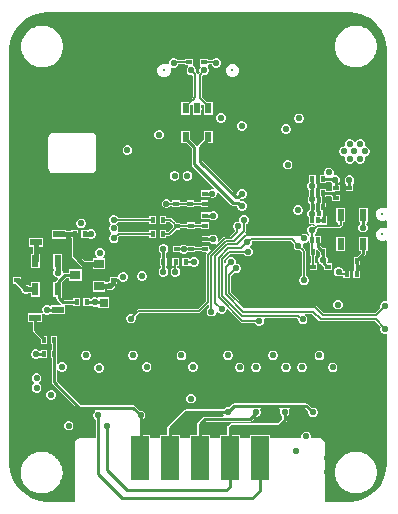
<source format=gbl>
G04*
G04 #@! TF.GenerationSoftware,Altium Limited,Altium Designer,24.4.1 (13)*
G04*
G04 Layer_Physical_Order=4*
G04 Layer_Color=16711680*
%FSLAX44Y44*%
%MOMM*%
G71*
G04*
G04 #@! TF.SameCoordinates,5AD5FF80-1175-482D-978A-231780835DF3*
G04*
G04*
G04 #@! TF.FilePolarity,Positive*
G04*
G01*
G75*
%ADD13C,0.2540*%
%ADD15C,0.1524*%
%ADD22R,1.5240X3.8000*%
%ADD25R,0.4000X0.5000*%
%ADD26R,0.5000X0.4000*%
%ADD58C,0.3810*%
%ADD61C,0.3000*%
%ADD62C,0.3250*%
%ADD63C,0.5588*%
%ADD64R,0.6000X0.9000*%
%ADD65R,1.0000X0.6000*%
%ADD66R,0.6000X1.0500*%
%ADD67R,0.3000X0.4750*%
%ADD68R,0.9000X0.8000*%
%ADD69R,0.7620X0.7620*%
G36*
X133336Y374133D02*
X137505Y373016D01*
X141492Y371365D01*
X145229Y369207D01*
X148653Y366580D01*
X151704Y363529D01*
X154331Y360105D01*
X156489Y356368D01*
X158140Y352381D01*
X159257Y348212D01*
X159821Y343934D01*
Y341776D01*
Y209065D01*
X158551Y208358D01*
X157058Y208976D01*
X154854D01*
X152818Y208133D01*
X151259Y206574D01*
X150416Y204538D01*
Y202334D01*
X151259Y200298D01*
X152818Y198739D01*
X154854Y197896D01*
X157058D01*
X158551Y198514D01*
X159821Y197806D01*
Y192066D01*
X158551Y191358D01*
X157058Y191976D01*
X154854D01*
X152818Y191133D01*
X151259Y189574D01*
X150416Y187538D01*
Y185334D01*
X151259Y183298D01*
X152818Y181739D01*
X154854Y180896D01*
X157058D01*
X158551Y181514D01*
X159821Y180807D01*
Y130055D01*
X159050Y129540D01*
X157434D01*
X155940Y128921D01*
X154797Y127778D01*
X154178Y126284D01*
Y124668D01*
X154448Y124015D01*
X149939Y119506D01*
X106347D01*
X100226Y125626D01*
X99060Y126110D01*
X39291D01*
X28066Y137335D01*
Y151209D01*
X30543Y153686D01*
X31196Y153416D01*
X32812D01*
X34306Y154035D01*
X35449Y155178D01*
X36068Y156672D01*
Y158288D01*
X35449Y159782D01*
X34306Y160925D01*
X32826Y161538D01*
X31979Y161917D01*
X31750Y162260D01*
Y163876D01*
X31131Y165370D01*
X29988Y166513D01*
X28494Y167132D01*
X26878D01*
X25384Y166513D01*
X24241Y165370D01*
X23622Y163876D01*
Y162260D01*
X23667Y162152D01*
X23240Y161725D01*
X21970Y162251D01*
Y164925D01*
X27099Y170054D01*
X38448D01*
X38719Y169402D01*
X39862Y168259D01*
X41356Y167640D01*
X42972D01*
X44466Y168259D01*
X45609Y169402D01*
X46228Y170896D01*
Y172512D01*
X45609Y174006D01*
X44466Y175149D01*
X44378Y175186D01*
X44240Y175581D01*
X44204Y176632D01*
X45101Y177530D01*
X45720Y179024D01*
Y180640D01*
X45775Y180722D01*
X78604D01*
X81042Y178284D01*
X80772Y177632D01*
Y176015D01*
X81391Y174521D01*
X82534Y173378D01*
X84028Y172759D01*
X85644D01*
X86297Y173029D01*
X87758Y171568D01*
Y151036D01*
X87106Y150765D01*
X85963Y149622D01*
X85344Y148128D01*
Y146512D01*
X85963Y145018D01*
X87106Y143875D01*
X88600Y143256D01*
X90216D01*
X91710Y143875D01*
X92853Y145018D01*
X93472Y146512D01*
Y148128D01*
X92853Y149622D01*
X91710Y150765D01*
X91058Y151036D01*
Y172251D01*
X90574Y173418D01*
X88630Y175362D01*
X88900Y176015D01*
Y177631D01*
X89784Y178816D01*
X90216D01*
X91710Y179435D01*
X92853Y180578D01*
X92887Y180659D01*
X94157Y180406D01*
Y178728D01*
X94769D01*
Y174581D01*
X94215D01*
Y168057D01*
X95886D01*
Y161694D01*
X94274D01*
Y156170D01*
X100798D01*
Y161694D01*
X99186D01*
Y168057D01*
X99739D01*
Y172831D01*
X101009Y173356D01*
X102715Y171651D01*
Y168057D01*
X102715Y168057D01*
X102715D01*
X102715Y168057D01*
X102288Y166964D01*
X102219Y166894D01*
X101600Y165400D01*
Y163784D01*
X102219Y162290D01*
X103362Y161147D01*
X104678Y160601D01*
X104782Y160446D01*
X106465Y158763D01*
Y156169D01*
X112989D01*
Y161693D01*
X110172D01*
X109387Y162960D01*
X109728Y163784D01*
Y165400D01*
X109109Y166894D01*
X108931Y167073D01*
X108239Y168057D01*
Y174581D01*
X105645D01*
X103466Y176760D01*
Y178728D01*
X103681D01*
Y185002D01*
X99157Y185002D01*
X98834Y185177D01*
X98822Y186547D01*
X99965Y187690D01*
X100584Y189184D01*
Y190800D01*
X101711Y191390D01*
X118908D01*
X120075Y191874D01*
X121714Y193514D01*
X122198Y194680D01*
Y196488D01*
X124310D01*
Y208512D01*
X116786D01*
Y196488D01*
X117595D01*
X118168Y195218D01*
X117701Y194690D01*
X109620D01*
X108681Y195488D01*
X108681Y195960D01*
Y201762D01*
X108261D01*
Y206541D01*
X108363D01*
Y213065D01*
X107673D01*
Y218227D01*
X108353D01*
Y218907D01*
X111992D01*
X113579Y217321D01*
Y214227D01*
X120103D01*
Y219751D01*
X117009D01*
X115303Y221457D01*
X115829Y222727D01*
X120103D01*
Y228251D01*
X118634D01*
Y229767D01*
X119269Y230402D01*
X119888Y231896D01*
Y233513D01*
X119269Y235007D01*
X118126Y236150D01*
X116632Y236768D01*
X115439D01*
X114672Y237633D01*
X114550Y237942D01*
X114554Y237952D01*
Y239568D01*
X113935Y241062D01*
X112792Y242205D01*
X111298Y242824D01*
X109682D01*
X108188Y242205D01*
X107045Y241062D01*
X106426Y239568D01*
Y237952D01*
X106528Y237705D01*
X105680Y236435D01*
X102829D01*
Y229911D01*
X108353D01*
Y231101D01*
X112089D01*
X112379Y230402D01*
X113354Y229428D01*
X113579Y228251D01*
X113579Y228251D01*
X113579Y228251D01*
Y223649D01*
X112850Y223051D01*
X112850Y223051D01*
X112757Y223051D01*
X108353D01*
Y224751D01*
X102829D01*
Y218227D01*
X103529D01*
Y213065D01*
X102839D01*
Y206541D01*
X104117D01*
Y202852D01*
X103681Y201762D01*
X101086D01*
X100381Y202818D01*
X100483Y203065D01*
Y204682D01*
X100210Y205341D01*
X99863Y206541D01*
X99863Y206541D01*
X99863Y206541D01*
Y213065D01*
X99863Y213065D01*
X100272Y214165D01*
X100656Y215092D01*
Y216708D01*
X100037Y218202D01*
X99354Y218885D01*
Y224388D01*
X99951Y224985D01*
X100569Y226478D01*
Y228095D01*
X99951Y229589D01*
X99354Y230186D01*
Y236434D01*
X93830D01*
Y230359D01*
X93060Y229589D01*
X92441Y228095D01*
Y226478D01*
X93060Y224985D01*
X93830Y224215D01*
Y218885D01*
X93147Y218202D01*
X92528Y216708D01*
Y215092D01*
X93147Y213598D01*
X94290Y212455D01*
X94339Y212434D01*
Y207411D01*
X94117Y207318D01*
X92973Y206175D01*
X92355Y204682D01*
Y203065D01*
X92973Y201571D01*
X94117Y200428D01*
X94157Y200411D01*
Y195488D01*
X98336D01*
X98752Y194604D01*
X98783Y194218D01*
X98154Y193714D01*
X97328Y194056D01*
X95712D01*
X94218Y193437D01*
X93075Y192294D01*
X92456Y190800D01*
Y189184D01*
X93075Y187690D01*
X93888Y186876D01*
X93983Y185594D01*
X93935Y185399D01*
X92853Y185182D01*
X91710Y186325D01*
X90216Y186944D01*
X88600D01*
X87885Y186648D01*
X86868Y187070D01*
X40738D01*
X40602Y187174D01*
X40460Y187335D01*
X39913Y188143D01*
X40258Y188976D01*
Y194912D01*
X40910Y195183D01*
X42053Y196326D01*
X42672Y197820D01*
Y199436D01*
X42053Y200930D01*
X40910Y202073D01*
X39416Y202692D01*
X37800D01*
X36306Y202073D01*
X35163Y200930D01*
X34544Y199436D01*
Y198277D01*
X34452Y197759D01*
X33466Y197104D01*
X32720D01*
X31226Y196485D01*
X30083Y195342D01*
X29464Y193848D01*
Y192232D01*
X30083Y190738D01*
X31226Y189595D01*
X30690Y188471D01*
X26749Y184530D01*
X22352D01*
X21186Y184046D01*
X17445Y180306D01*
X16368Y181025D01*
X16582Y181541D01*
Y183057D01*
X16002Y184457D01*
X14930Y185529D01*
X13530Y186109D01*
X12014D01*
X10614Y185529D01*
X10486Y185401D01*
X9357Y185061D01*
X9357Y185061D01*
X2833D01*
Y179537D01*
X9357D01*
X9357Y179537D01*
Y179537D01*
X9357Y179537D01*
X10486Y179197D01*
X10614Y179069D01*
X12014Y178489D01*
X13530D01*
X14046Y178703D01*
X14765Y177626D01*
X10531Y173391D01*
X9357Y173877D01*
Y176561D01*
X2833D01*
Y175453D01*
X-2833D01*
Y176571D01*
X-9357D01*
X-9949Y176881D01*
X-10034Y176966D01*
X-11434Y177546D01*
X-12950D01*
X-14350Y176966D01*
X-14436Y176880D01*
X-15026Y176570D01*
X-21550D01*
Y171046D01*
X-15026D01*
X-14606Y170762D01*
X-14350Y170506D01*
X-12950Y169926D01*
X-11434D01*
X-10034Y170506D01*
X-9778Y170762D01*
X-9357Y171047D01*
X-2833D01*
Y172154D01*
X2833D01*
Y171037D01*
X6517D01*
X7003Y169864D01*
X6962Y169822D01*
X6478Y168656D01*
Y129715D01*
X-175Y123062D01*
X-50598D01*
X-51764Y122578D01*
X-55376Y118967D01*
X-55886Y119178D01*
X-57502D01*
X-58996Y118559D01*
X-60139Y117416D01*
X-60758Y115922D01*
Y114306D01*
X-60139Y112812D01*
X-58996Y111669D01*
X-57502Y111050D01*
X-55886D01*
X-54392Y111669D01*
X-53249Y112812D01*
X-52630Y114306D01*
Y115922D01*
X-52959Y116718D01*
X-49915Y119762D01*
X508D01*
X1674Y120246D01*
X8256Y126828D01*
X9526Y126301D01*
Y124620D01*
X8874Y124349D01*
X7731Y123206D01*
X7112Y121712D01*
Y120096D01*
X7731Y118602D01*
X8874Y117459D01*
X10368Y116840D01*
X11984D01*
X13478Y117459D01*
X14621Y118602D01*
X15240Y120096D01*
Y120101D01*
X15836Y120383D01*
X16510Y120491D01*
X17510Y119491D01*
X19004Y118872D01*
X20620D01*
X22114Y119491D01*
X23257Y120634D01*
X23876Y122128D01*
Y122363D01*
X25146Y122889D01*
X35918Y112118D01*
X37084Y111634D01*
X47995D01*
X48371Y110728D01*
X49514Y109585D01*
X51008Y108966D01*
X52624D01*
X54118Y109585D01*
X55261Y110728D01*
X55880Y112222D01*
Y113838D01*
X55636Y114428D01*
X56484Y115698D01*
X83198D01*
X84328Y115108D01*
Y113492D01*
X84947Y111998D01*
X86090Y110855D01*
X87584Y110236D01*
X89200D01*
X90694Y110855D01*
X91837Y111998D01*
X92456Y113492D01*
Y115108D01*
X91837Y116602D01*
X90694Y117745D01*
X90117Y117984D01*
X90369Y119254D01*
X96345D01*
X102466Y113134D01*
X103632Y112650D01*
X149431D01*
X154448Y107633D01*
X154178Y106980D01*
Y105364D01*
X154797Y103870D01*
X155940Y102727D01*
X157434Y102108D01*
X159050D01*
X159821Y101593D01*
Y-7112D01*
Y-9270D01*
X159257Y-13548D01*
X158140Y-17717D01*
X156489Y-21704D01*
X154331Y-25441D01*
X151704Y-28865D01*
X148653Y-31916D01*
X145229Y-34543D01*
X141492Y-36701D01*
X137505Y-38352D01*
X133336Y-39469D01*
X129058Y-40033D01*
X107009D01*
Y9652D01*
X106713Y11139D01*
X105871Y12399D01*
X104611Y13241D01*
X103124Y13537D01*
X96102D01*
X95504Y14432D01*
Y16048D01*
X94885Y17542D01*
X93742Y18685D01*
X92248Y19304D01*
X90632D01*
X89138Y18685D01*
X87995Y17542D01*
X87376Y16048D01*
Y14432D01*
X86778Y13537D01*
X60452D01*
Y16714D01*
X43688D01*
Y13537D01*
X35052D01*
Y16714D01*
X28742D01*
Y22038D01*
X29016Y22312D01*
X68580D01*
X68580Y22312D01*
X69373Y22470D01*
X70045Y22919D01*
X74617Y27491D01*
X74617Y27491D01*
X75066Y28163D01*
X75224Y28956D01*
Y32527D01*
X75454Y32623D01*
X76597Y33766D01*
X77216Y35260D01*
Y36876D01*
X76831Y37806D01*
X77551Y39076D01*
X90582D01*
X93059Y36599D01*
X92964Y36368D01*
Y34752D01*
X93583Y33258D01*
X94726Y32115D01*
X96220Y31496D01*
X97836D01*
X99330Y32115D01*
X100473Y33258D01*
X101092Y34752D01*
Y36368D01*
X100473Y37862D01*
X99330Y39005D01*
X97836Y39624D01*
X96220D01*
X95989Y39529D01*
X92905Y42613D01*
X92233Y43062D01*
X91440Y43220D01*
X91440Y43220D01*
X29972D01*
X29972Y43220D01*
X29179Y43062D01*
X28507Y42613D01*
X28507Y42613D01*
X25931Y40037D01*
X25700Y40132D01*
X24084D01*
X22590Y39513D01*
X21447Y38370D01*
X21351Y38140D01*
X-10668D01*
X-11461Y37982D01*
X-12133Y37533D01*
X-12133Y37533D01*
X-25595Y24071D01*
X-26044Y23399D01*
X-26202Y22606D01*
X-26202Y22606D01*
Y16714D01*
X-32512D01*
Y13537D01*
X-41148D01*
Y16714D01*
X-46737D01*
Y29543D01*
X-46507Y29638D01*
X-45363Y30781D01*
X-44745Y32275D01*
Y33892D01*
X-45363Y35385D01*
X-46507Y36528D01*
X-48000Y37147D01*
X-49617D01*
X-49847Y37052D01*
X-53885Y41089D01*
X-54557Y41538D01*
X-55350Y41696D01*
X-55350Y41696D01*
X-99726D01*
X-119911Y61881D01*
Y71357D01*
X-119201Y71671D01*
X-118641Y71746D01*
X-117618Y70723D01*
X-116124Y70104D01*
X-114508D01*
X-113014Y70723D01*
X-111871Y71866D01*
X-111252Y73360D01*
Y74976D01*
X-111871Y76470D01*
X-113014Y77613D01*
X-114508Y78232D01*
X-116124D01*
X-117618Y77613D01*
X-118641Y76590D01*
X-119201Y76665D01*
X-119911Y76979D01*
Y82081D01*
X-119221D01*
Y88605D01*
X-119916D01*
Y93767D01*
X-119231D01*
Y100291D01*
X-124755D01*
Y93767D01*
X-124060D01*
Y88605D01*
X-124745D01*
Y82081D01*
X-124055D01*
Y61023D01*
X-124055Y61023D01*
X-123897Y60230D01*
X-123448Y59558D01*
X-102049Y38159D01*
X-101377Y37710D01*
X-100584Y37552D01*
X-100584Y37552D01*
X-87711D01*
X-87498Y37148D01*
X-87321Y36282D01*
X-88281Y35322D01*
X-88900Y33828D01*
Y32212D01*
X-88281Y30718D01*
X-87138Y29575D01*
X-86908Y29479D01*
Y13537D01*
X-100584D01*
X-102071Y13241D01*
X-103331Y12399D01*
X-104173Y11139D01*
X-104469Y9652D01*
Y-40033D01*
X-129058D01*
X-133336Y-39469D01*
X-137505Y-38352D01*
X-141492Y-36701D01*
X-145229Y-34543D01*
X-148653Y-31916D01*
X-151704Y-28865D01*
X-154331Y-25441D01*
X-156489Y-21704D01*
X-158140Y-17717D01*
X-159257Y-13548D01*
X-159821Y-9270D01*
Y-7112D01*
Y341776D01*
Y343934D01*
X-159257Y348212D01*
X-158140Y352381D01*
X-156489Y356368D01*
X-154331Y360105D01*
X-151704Y363529D01*
X-148653Y366580D01*
X-145229Y369207D01*
X-141492Y371365D01*
X-137505Y373016D01*
X-133336Y374133D01*
X-129058Y374697D01*
X129058D01*
X133336Y374133D01*
D02*
G37*
G36*
X69473Y37806D02*
X69088Y36876D01*
Y35260D01*
X69707Y33766D01*
X70850Y32623D01*
X71080Y32527D01*
Y29814D01*
X67722Y26456D01*
X28158D01*
X27365Y26298D01*
X26693Y25849D01*
X26693Y25849D01*
X25205Y24361D01*
X24756Y23689D01*
X24598Y22896D01*
X24598Y22896D01*
Y16714D01*
X18288D01*
Y13537D01*
X9652D01*
Y16714D01*
X3342D01*
Y24796D01*
X6446Y27900D01*
X43728D01*
X43728Y27900D01*
X44521Y28058D01*
X45193Y28507D01*
X46989Y30303D01*
X46989Y30303D01*
X47439Y30975D01*
X47441Y30986D01*
X48459Y32004D01*
X49576D01*
X51070Y32623D01*
X52213Y33766D01*
X52832Y35260D01*
Y36876D01*
X52447Y37806D01*
X53166Y39076D01*
X68753D01*
X69473Y37806D01*
D02*
G37*
G36*
X21423Y33293D02*
X20840Y32044D01*
X5588D01*
X4795Y31886D01*
X4123Y31437D01*
X4123Y31437D01*
X-195Y27119D01*
X-644Y26447D01*
X-802Y25654D01*
X-802Y25654D01*
Y16714D01*
X-7112D01*
Y13537D01*
X-15748D01*
Y16714D01*
X-22058D01*
Y21748D01*
X-9810Y33996D01*
X20922D01*
X21423Y33293D01*
D02*
G37*
%LPC*%
G36*
X16048Y335534D02*
X14432D01*
X12938Y334915D01*
X11795Y333772D01*
X11765Y333700D01*
X8343D01*
Y334813D01*
X1819D01*
Y329402D01*
X1819Y329289D01*
X2231Y328019D01*
X1635Y327422D01*
X1016Y325928D01*
Y324312D01*
X1286Y323659D01*
X358Y322730D01*
X234Y322432D01*
X-1141D01*
X-1374Y322995D01*
X-2038Y323659D01*
X-1768Y324311D01*
Y325928D01*
X-2386Y327422D01*
X-3530Y328565D01*
X-3931Y328731D01*
X-4865Y329543D01*
X-4865Y330388D01*
Y335067D01*
X-11389D01*
Y333954D01*
X-17565D01*
X-18526Y334915D01*
X-20020Y335534D01*
X-21636D01*
X-23130Y334915D01*
X-24273Y333772D01*
X-24892Y332278D01*
Y330997D01*
X-24955Y330913D01*
X-25719Y330345D01*
X-26065Y330213D01*
X-27748Y330910D01*
X-30052D01*
X-32180Y330028D01*
X-33809Y328400D01*
X-34690Y326272D01*
Y323968D01*
X-33809Y321840D01*
X-32180Y320211D01*
X-30052Y319330D01*
X-27748D01*
X-25620Y320211D01*
X-23991Y321840D01*
X-23110Y323968D01*
Y326272D01*
X-23295Y326718D01*
X-22323Y327690D01*
X-21636Y327406D01*
X-20020D01*
X-18526Y328025D01*
X-17383Y329168D01*
X-16767Y330655D01*
X-11389D01*
Y329543D01*
X-8839D01*
X-8426Y328273D01*
X-9277Y327422D01*
X-9896Y325928D01*
Y324311D01*
X-9277Y322818D01*
X-8134Y321674D01*
X-6640Y321056D01*
X-5023D01*
X-4190Y320027D01*
Y302928D01*
X-5917Y301200D01*
X-6182Y301091D01*
X-9087Y298186D01*
X-14278D01*
Y287662D01*
X-6754D01*
Y295799D01*
X-5919Y296482D01*
X-4778Y295990D01*
Y293482D01*
X-4826Y293366D01*
Y291850D01*
X-4778Y291734D01*
Y287662D01*
X2746D01*
Y291734D01*
X2794Y291850D01*
Y293366D01*
X2746Y293482D01*
Y295660D01*
X4016Y296290D01*
X4596Y295848D01*
Y294654D01*
X4722Y294351D01*
Y287662D01*
X12246D01*
Y298186D01*
X7417D01*
X7412Y298196D01*
X3174Y302435D01*
Y320136D01*
X4272Y321056D01*
X5888D01*
X7382Y321675D01*
X8525Y322818D01*
X9144Y324312D01*
Y325928D01*
X8525Y327422D01*
X7929Y328019D01*
X8343Y329289D01*
X8993Y330401D01*
X11284D01*
X11795Y329168D01*
X12938Y328025D01*
X14432Y327406D01*
X16048D01*
X17542Y328025D01*
X18685Y329168D01*
X19304Y330662D01*
Y332278D01*
X18685Y333772D01*
X17542Y334915D01*
X16048Y335534D01*
D02*
G37*
G36*
X134581Y363120D02*
X132119D01*
X131618Y363020D01*
X131108Y363020D01*
X128693Y362540D01*
X128222Y362344D01*
X127722Y362245D01*
X125447Y361303D01*
X125023Y361019D01*
X124551Y360824D01*
X122504Y359456D01*
X122143Y359095D01*
X121719Y358812D01*
X119978Y357071D01*
X119695Y356647D01*
X119334Y356286D01*
X117966Y354239D01*
X117771Y353767D01*
X117487Y353343D01*
X116545Y351068D01*
X116446Y350568D01*
X116250Y350097D01*
X115770Y347682D01*
Y347172D01*
X115670Y346671D01*
Y344209D01*
X115770Y343708D01*
Y343198D01*
X116250Y340783D01*
X116446Y340312D01*
X116545Y339812D01*
X117487Y337537D01*
X117771Y337113D01*
X117966Y336641D01*
X119334Y334594D01*
X119695Y334233D01*
X119978Y333809D01*
X121719Y332068D01*
X122143Y331785D01*
X122504Y331424D01*
X124551Y330056D01*
X125023Y329861D01*
X125447Y329577D01*
X127722Y328635D01*
X128222Y328536D01*
X128693Y328340D01*
X131108Y327860D01*
X131618D01*
X132119Y327761D01*
X134581D01*
X135082Y327860D01*
X135592D01*
X138007Y328340D01*
X138478Y328536D01*
X138978Y328635D01*
X141253Y329577D01*
X141677Y329861D01*
X142149Y330056D01*
X144196Y331424D01*
X144557Y331785D01*
X144981Y332068D01*
X146722Y333809D01*
X147005Y334233D01*
X147366Y334594D01*
X148734Y336641D01*
X148929Y337113D01*
X149213Y337537D01*
X150155Y339812D01*
X150254Y340312D01*
X150450Y340783D01*
X150930Y343198D01*
Y343708D01*
X151030Y344209D01*
Y346671D01*
X150930Y347172D01*
X150930Y347682D01*
X150450Y350097D01*
X150254Y350568D01*
X150155Y351068D01*
X149213Y353343D01*
X148929Y353767D01*
X148734Y354239D01*
X147366Y356286D01*
X147005Y356647D01*
X146722Y357071D01*
X144981Y358812D01*
X144557Y359095D01*
X144196Y359456D01*
X142149Y360824D01*
X141677Y361019D01*
X141253Y361303D01*
X138978Y362245D01*
X138478Y362344D01*
X138007Y362540D01*
X135592Y363020D01*
X135082D01*
X134581Y363120D01*
D02*
G37*
G36*
X-130849D02*
X-133311D01*
X-133812Y363020D01*
X-134322Y363020D01*
X-136737Y362540D01*
X-137208Y362344D01*
X-137708Y362245D01*
X-139983Y361303D01*
X-140407Y361019D01*
X-140879Y360824D01*
X-142926Y359456D01*
X-143287Y359095D01*
X-143711Y358812D01*
X-145452Y357071D01*
X-145735Y356647D01*
X-146096Y356286D01*
X-147464Y354239D01*
X-147659Y353767D01*
X-147943Y353343D01*
X-148885Y351068D01*
X-148984Y350568D01*
X-149180Y350097D01*
X-149660Y347682D01*
Y347172D01*
X-149760Y346671D01*
Y344209D01*
X-149660Y343708D01*
Y343198D01*
X-149180Y340783D01*
X-148984Y340312D01*
X-148885Y339812D01*
X-147943Y337537D01*
X-147659Y337113D01*
X-147464Y336641D01*
X-146096Y334594D01*
X-145735Y334233D01*
X-145452Y333809D01*
X-143711Y332068D01*
X-143287Y331785D01*
X-142926Y331424D01*
X-140879Y330056D01*
X-140407Y329861D01*
X-139983Y329577D01*
X-137708Y328635D01*
X-137208Y328536D01*
X-136737Y328340D01*
X-134322Y327860D01*
X-133812D01*
X-133311Y327761D01*
X-130849D01*
X-130349Y327860D01*
X-129838D01*
X-127423Y328340D01*
X-126952Y328536D01*
X-126452Y328635D01*
X-124177Y329577D01*
X-123753Y329861D01*
X-123281Y330056D01*
X-121234Y331424D01*
X-120873Y331785D01*
X-120449Y332068D01*
X-118708Y333809D01*
X-118425Y334233D01*
X-118064Y334594D01*
X-116696Y336641D01*
X-116501Y337113D01*
X-116217Y337537D01*
X-115275Y339812D01*
X-115176Y340312D01*
X-114980Y340783D01*
X-114500Y343198D01*
Y343708D01*
X-114401Y344209D01*
Y346671D01*
X-114500Y347172D01*
X-114500Y347682D01*
X-114980Y350097D01*
X-115176Y350568D01*
X-115275Y351068D01*
X-116217Y353343D01*
X-116501Y353767D01*
X-116696Y354239D01*
X-118064Y356286D01*
X-118425Y356647D01*
X-118708Y357071D01*
X-120449Y358812D01*
X-120873Y359095D01*
X-121234Y359456D01*
X-123281Y360824D01*
X-123753Y361019D01*
X-124177Y361303D01*
X-126452Y362245D01*
X-126952Y362344D01*
X-127423Y362540D01*
X-129838Y363020D01*
X-130349D01*
X-130849Y363120D01*
D02*
G37*
G36*
X30052Y330910D02*
X27748D01*
X25620Y330028D01*
X23991Y328400D01*
X23110Y326272D01*
Y323968D01*
X23991Y321840D01*
X25620Y320211D01*
X27748Y319330D01*
X30052D01*
X32180Y320211D01*
X33809Y321840D01*
X34690Y323968D01*
Y326272D01*
X33809Y328400D01*
X32180Y330028D01*
X30052Y330910D01*
D02*
G37*
G36*
X20112Y289052D02*
X18496D01*
X17002Y288433D01*
X15859Y287290D01*
X15240Y285796D01*
Y284180D01*
X15859Y282686D01*
X17002Y281543D01*
X18496Y280924D01*
X20112D01*
X21606Y281543D01*
X22749Y282686D01*
X23368Y284180D01*
Y285796D01*
X22749Y287290D01*
X21606Y288433D01*
X20112Y289052D01*
D02*
G37*
G36*
X86271Y288544D02*
X84654D01*
X83160Y287925D01*
X82017Y286782D01*
X81398Y285288D01*
Y283672D01*
X82017Y282178D01*
X83160Y281035D01*
X84654Y280416D01*
X86271D01*
X87765Y281035D01*
X88908Y282178D01*
X89527Y283672D01*
Y285288D01*
X88908Y286782D01*
X87765Y287925D01*
X86271Y288544D01*
D02*
G37*
G36*
X37638Y282194D02*
X36022D01*
X34528Y281575D01*
X33385Y280432D01*
X32766Y278938D01*
Y277322D01*
X33385Y275828D01*
X34528Y274685D01*
X36022Y274066D01*
X37638D01*
X39132Y274685D01*
X40275Y275828D01*
X40894Y277322D01*
Y278938D01*
X40275Y280432D01*
X39132Y281575D01*
X37638Y282194D01*
D02*
G37*
G36*
X74976Y279400D02*
X73360D01*
X71866Y278781D01*
X70723Y277638D01*
X70104Y276144D01*
Y274528D01*
X70723Y273034D01*
X71866Y271891D01*
X73360Y271272D01*
X74976D01*
X76470Y271891D01*
X77613Y273034D01*
X78232Y274528D01*
Y276144D01*
X77613Y277638D01*
X76470Y278781D01*
X74976Y279400D01*
D02*
G37*
G36*
X-32212Y274828D02*
X-33828D01*
X-35322Y274209D01*
X-36465Y273066D01*
X-37084Y271572D01*
Y269956D01*
X-36465Y268462D01*
X-35322Y267319D01*
X-33828Y266700D01*
X-32212D01*
X-30718Y267319D01*
X-29575Y268462D01*
X-28956Y269956D01*
Y271572D01*
X-29575Y273066D01*
X-30718Y274209D01*
X-32212Y274828D01*
D02*
G37*
G36*
X137968Y266954D02*
X136352D01*
X134858Y266335D01*
X133715Y265192D01*
X133402Y264438D01*
X132028D01*
X131715Y265192D01*
X130572Y266335D01*
X129078Y266954D01*
X127462D01*
X125968Y266335D01*
X124825Y265192D01*
X124206Y263698D01*
Y262082D01*
X124332Y261777D01*
X124299Y261660D01*
X123443Y260604D01*
X122382D01*
X120888Y259985D01*
X119745Y258842D01*
X119126Y257348D01*
Y255732D01*
X119745Y254238D01*
X120888Y253095D01*
X122382Y252476D01*
X123443D01*
X124299Y251420D01*
X124332Y251303D01*
X124206Y250998D01*
Y249382D01*
X124825Y247888D01*
X125968Y246745D01*
X127462Y246126D01*
X129078D01*
X130572Y246745D01*
X131715Y247888D01*
X132028Y248642D01*
X133402D01*
X133715Y247888D01*
X134858Y246745D01*
X136352Y246126D01*
X137968D01*
X139462Y246745D01*
X140605Y247888D01*
X141224Y249382D01*
Y250998D01*
X141049Y251420D01*
X141755Y252476D01*
X141778D01*
X143272Y253095D01*
X144415Y254238D01*
X145034Y255732D01*
Y257348D01*
X144415Y258842D01*
X143272Y259985D01*
X141778Y260604D01*
X141755D01*
X141049Y261660D01*
X141224Y262082D01*
Y263698D01*
X140605Y265192D01*
X139462Y266335D01*
X137968Y266954D01*
D02*
G37*
G36*
X12246Y274186D02*
X4722D01*
Y266592D01*
X59Y261929D01*
X-357Y261306D01*
X-687Y261257D01*
X-1345D01*
X-1675Y261306D01*
X-2091Y261929D01*
X-2091Y261929D01*
X-6754Y266592D01*
Y274186D01*
X-14278D01*
Y263662D01*
X-9684D01*
X-5628Y259606D01*
Y245872D01*
X-5628Y245872D01*
X-5470Y245079D01*
X-5021Y244407D01*
X13666Y225720D01*
X12947Y224643D01*
X12768Y224717D01*
X11252D01*
X9852Y224137D01*
X9724Y224009D01*
X8595Y223669D01*
X8595Y223669D01*
X2071D01*
Y218145D01*
X8595D01*
X8595Y218145D01*
Y218145D01*
X8595Y218145D01*
X9724Y217805D01*
X9852Y217677D01*
X11252Y217097D01*
X12768D01*
X14168Y217677D01*
X15240Y218749D01*
X15820Y220149D01*
Y221665D01*
X15746Y221844D01*
X16823Y222563D01*
X27999Y211387D01*
X27999Y211387D01*
X28671Y210938D01*
X29464Y210780D01*
X29464Y210780D01*
X33020D01*
Y209504D01*
X33639Y208010D01*
X34782Y206867D01*
X36276Y206248D01*
X37892D01*
X39386Y206867D01*
X40529Y208010D01*
X41148Y209504D01*
Y211120D01*
X40529Y212614D01*
X39386Y213757D01*
X37892Y214376D01*
X36276D01*
X36007Y214265D01*
X35314Y214698D01*
Y216086D01*
X36007Y216519D01*
X36276Y216408D01*
X37892D01*
X39386Y217027D01*
X40529Y218170D01*
X41148Y219664D01*
Y221280D01*
X40529Y222774D01*
X39386Y223917D01*
X37892Y224536D01*
X36276D01*
X34782Y223917D01*
X33639Y222774D01*
X33020Y221280D01*
Y221206D01*
X31750Y220680D01*
X3596Y248834D01*
Y259606D01*
X7652Y263662D01*
X12246D01*
Y274186D01*
D02*
G37*
G36*
X-59136Y261620D02*
X-60752D01*
X-62246Y261001D01*
X-63389Y259858D01*
X-64008Y258364D01*
Y256748D01*
X-63389Y255254D01*
X-62246Y254111D01*
X-60752Y253492D01*
X-59136D01*
X-57642Y254111D01*
X-56499Y255254D01*
X-55880Y256748D01*
Y258364D01*
X-56499Y259858D01*
X-57642Y261001D01*
X-59136Y261620D01*
D02*
G37*
G36*
X76500Y249428D02*
X74884D01*
X73390Y248809D01*
X72247Y247666D01*
X71628Y246172D01*
Y244556D01*
X72247Y243062D01*
X73390Y241919D01*
X74884Y241300D01*
X76500D01*
X77994Y241919D01*
X79137Y243062D01*
X79756Y244556D01*
Y246172D01*
X79137Y247666D01*
X77994Y248809D01*
X76500Y249428D01*
D02*
G37*
G36*
X-90424Y272109D02*
X-122936D01*
X-124423Y271813D01*
X-125683Y270971D01*
X-126525Y269711D01*
X-126821Y268224D01*
Y242316D01*
X-126525Y240829D01*
X-125683Y239569D01*
X-124423Y238727D01*
X-122936Y238431D01*
X-90424D01*
X-88937Y238727D01*
X-87677Y239569D01*
X-86835Y240829D01*
X-86539Y242316D01*
Y268224D01*
X-86835Y269711D01*
X-87677Y270971D01*
X-88937Y271813D01*
X-90424Y272109D01*
D02*
G37*
G36*
X-19263Y240035D02*
X-20880D01*
X-22373Y239417D01*
X-23517Y238273D01*
X-24135Y236780D01*
Y235163D01*
X-23517Y233669D01*
X-22373Y232526D01*
X-20880Y231907D01*
X-19263D01*
X-17769Y232526D01*
X-16626Y233669D01*
X-16007Y235163D01*
Y236780D01*
X-16626Y238273D01*
X-17769Y239417D01*
X-19263Y240035D01*
D02*
G37*
G36*
X-8336Y239776D02*
X-9952D01*
X-11446Y239157D01*
X-12589Y238014D01*
X-13208Y236520D01*
Y234904D01*
X-12589Y233410D01*
X-11446Y232267D01*
X-9952Y231648D01*
X-8336D01*
X-6842Y232267D01*
X-5699Y233410D01*
X-5080Y234904D01*
Y236520D01*
X-5699Y238014D01*
X-6842Y239157D01*
X-8336Y239776D01*
D02*
G37*
G36*
X128824Y236220D02*
X127208D01*
X125714Y235601D01*
X124571Y234458D01*
X123952Y232964D01*
Y231348D01*
X124539Y229931D01*
X124754Y228750D01*
X124754Y228750D01*
X124754Y228750D01*
Y223226D01*
X131278D01*
Y228750D01*
X131278Y228750D01*
X131493Y229931D01*
X132080Y231348D01*
Y232964D01*
X131461Y234458D01*
X130318Y235601D01*
X128824Y236220D01*
D02*
G37*
G36*
X-26166Y216154D02*
X-27682D01*
X-29082Y215574D01*
X-30154Y214502D01*
X-30734Y213102D01*
Y211586D01*
X-30154Y210186D01*
X-29082Y209114D01*
X-27682Y208534D01*
X-26166D01*
X-24766Y209114D01*
X-23694Y210186D01*
X-23468Y210730D01*
X-21804D01*
Y209654D01*
X-15280D01*
Y210766D01*
X-9865D01*
Y209655D01*
X-3341D01*
Y210767D01*
X2071D01*
Y209645D01*
X8595D01*
Y215169D01*
X2071D01*
Y214066D01*
X-3341D01*
Y215179D01*
X-9865D01*
Y214066D01*
X-15280D01*
Y215178D01*
X-21804D01*
Y214030D01*
X-23498D01*
X-23694Y214502D01*
X-24766Y215574D01*
X-26166Y216154D01*
D02*
G37*
G36*
X85136Y210820D02*
X83520D01*
X82026Y210201D01*
X80883Y209058D01*
X80264Y207564D01*
Y205948D01*
X80883Y204454D01*
X82026Y203311D01*
X83520Y202692D01*
X85136D01*
X86630Y203311D01*
X87773Y204454D01*
X88392Y205948D01*
Y207564D01*
X87773Y209058D01*
X86630Y210201D01*
X85136Y210820D01*
D02*
G37*
G36*
X13457Y205921D02*
X11941D01*
X10541Y205341D01*
X10338Y205138D01*
X9103Y205054D01*
X9103Y205054D01*
X2579D01*
Y199530D01*
X9103D01*
X9103Y199530D01*
Y199530D01*
X9103Y199530D01*
X10232Y199190D01*
X10541Y198881D01*
X11941Y198301D01*
X13457D01*
X14857Y198881D01*
X15929Y199953D01*
X16509Y201353D01*
Y202869D01*
X15929Y204269D01*
X14857Y205341D01*
X13457Y205921D01*
D02*
G37*
G36*
X-70820Y202692D02*
X-72436D01*
X-73930Y202073D01*
X-75073Y200930D01*
X-75692Y199436D01*
Y197820D01*
X-75073Y196326D01*
X-74675Y195928D01*
X-74021Y195072D01*
X-74675Y194268D01*
X-75099Y193844D01*
X-75718Y192350D01*
Y190734D01*
X-75099Y189240D01*
X-73956Y188097D01*
X-73495Y187906D01*
Y186531D01*
X-73930Y186351D01*
X-75073Y185208D01*
X-75692Y183714D01*
Y182098D01*
X-75073Y180604D01*
X-73930Y179461D01*
X-72436Y178842D01*
X-70820D01*
X-69326Y179461D01*
X-68183Y180604D01*
X-67564Y182098D01*
Y183714D01*
X-67779Y184234D01*
X-66720Y185294D01*
X-41297D01*
Y183681D01*
X-35773D01*
Y190205D01*
X-41297D01*
Y188593D01*
X-67196D01*
X-67744Y189222D01*
X-68011Y189715D01*
X-67590Y190734D01*
Y192350D01*
X-68208Y193844D01*
X-68607Y194242D01*
X-69261Y195098D01*
X-68607Y195902D01*
X-68183Y196326D01*
X-67912Y196978D01*
X-41297D01*
Y195365D01*
X-35773D01*
Y201889D01*
X-41297D01*
Y200278D01*
X-67912D01*
X-68183Y200930D01*
X-69326Y202073D01*
X-70820Y202692D01*
D02*
G37*
G36*
X-98252Y199644D02*
X-99868D01*
X-101362Y199025D01*
X-102505Y197882D01*
X-103124Y196388D01*
Y194772D01*
X-102505Y193278D01*
X-101362Y192135D01*
X-99868Y191516D01*
X-98252D01*
X-96758Y192135D01*
X-95615Y193278D01*
X-94996Y194772D01*
Y196388D01*
X-95615Y197882D01*
X-96758Y199025D01*
X-98252Y199644D01*
D02*
G37*
G36*
X-27273Y201889D02*
X-32797D01*
Y195365D01*
X-27273D01*
Y196978D01*
X-24486D01*
X-21550Y194041D01*
Y192248D01*
X-25205Y188593D01*
X-27273D01*
Y190205D01*
X-32797D01*
Y183681D01*
X-27273D01*
Y185294D01*
X-24522D01*
X-23355Y185777D01*
X-18860Y190272D01*
X-18827Y190350D01*
X-15026D01*
Y191462D01*
X-9611D01*
Y191040D01*
X-3087D01*
Y192152D01*
X2579D01*
Y191030D01*
X9103D01*
Y196554D01*
X2579D01*
Y195452D01*
X-3087D01*
Y196564D01*
X-9611D01*
Y194762D01*
X-15026D01*
Y195874D01*
X-18801D01*
X-18860Y196016D01*
X-22637Y199794D01*
X-23803Y200277D01*
X-27273D01*
Y201889D01*
D02*
G37*
G36*
X143310Y208512D02*
X135786D01*
Y196488D01*
X136757D01*
X136819Y196391D01*
X137147Y195218D01*
X136255Y194326D01*
X135636Y192832D01*
Y191216D01*
X136255Y189722D01*
X137398Y188579D01*
X138892Y187960D01*
X140508D01*
X142002Y188579D01*
X143145Y189722D01*
X143764Y191216D01*
Y192832D01*
X143145Y194326D01*
X142253Y195218D01*
X142582Y196391D01*
X142643Y196488D01*
X143310D01*
Y208512D01*
D02*
G37*
G36*
X-90124Y190500D02*
X-91740D01*
X-93234Y189881D01*
X-93417Y189699D01*
X-98847D01*
Y183175D01*
X-93418D01*
X-93234Y182991D01*
X-91740Y182372D01*
X-90124D01*
X-88630Y182991D01*
X-87487Y184134D01*
X-86868Y185628D01*
Y187244D01*
X-87487Y188738D01*
X-88630Y189881D01*
X-90124Y190500D01*
D02*
G37*
G36*
X124310Y184512D02*
X116786D01*
Y172488D01*
X124310D01*
Y184512D01*
D02*
G37*
G36*
X-2748Y167131D02*
X-4365D01*
X-5859Y166513D01*
X-6699Y165672D01*
X-7969Y166101D01*
Y166329D01*
X-13493D01*
Y159805D01*
X-7969D01*
Y160034D01*
X-6699Y160462D01*
X-5859Y159622D01*
X-4365Y159003D01*
X-2748D01*
X-1255Y159622D01*
X-111Y160765D01*
X507Y162259D01*
Y163876D01*
X-111Y165369D01*
X-1255Y166513D01*
X-2748Y167131D01*
D02*
G37*
G36*
X-131398Y183340D02*
X-142922D01*
Y175816D01*
X-140311D01*
Y169712D01*
X-141634D01*
Y157688D01*
X-134110D01*
Y169712D01*
X-134873D01*
Y175816D01*
X-131398D01*
Y183340D01*
D02*
G37*
G36*
X-112094Y190198D02*
X-123618D01*
Y182674D01*
X-112094D01*
Y183717D01*
X-107347D01*
Y183175D01*
X-107304D01*
Y168593D01*
X-107097Y167552D01*
X-106508Y166670D01*
X-99307Y159469D01*
X-98425Y158880D01*
X-97384Y158673D01*
X-89242D01*
Y156630D01*
X-78718D01*
Y166154D01*
X-80439D01*
X-80655Y166567D01*
X-80829Y167424D01*
X-79867Y168386D01*
X-79248Y169880D01*
Y171496D01*
X-79867Y172990D01*
X-81010Y174133D01*
X-82504Y174752D01*
X-84120D01*
X-85614Y174133D01*
X-86757Y172990D01*
X-87376Y171496D01*
Y169880D01*
X-86757Y168386D01*
X-85795Y167424D01*
X-85969Y166567D01*
X-86185Y166154D01*
X-89242D01*
Y164111D01*
X-96258D01*
X-101866Y169719D01*
Y183175D01*
X-101823D01*
Y189699D01*
X-107347D01*
Y189156D01*
X-112094D01*
Y190198D01*
D02*
G37*
G36*
X-16469Y166329D02*
X-21993D01*
Y159805D01*
X-20917D01*
Y158163D01*
X-21606Y157877D01*
X-22749Y156734D01*
X-23368Y155240D01*
Y153624D01*
X-22749Y152130D01*
X-21606Y150987D01*
X-20112Y150368D01*
X-18496D01*
X-17002Y150987D01*
X-15859Y152130D01*
X-15240Y153624D01*
Y155240D01*
X-15859Y156734D01*
X-17002Y157877D01*
X-17618Y158132D01*
Y159805D01*
X-16469D01*
Y166329D01*
D02*
G37*
G36*
X-28656Y178308D02*
X-30272D01*
X-31766Y177689D01*
X-32909Y176546D01*
X-33528Y175052D01*
Y173436D01*
X-32909Y171942D01*
X-31766Y170799D01*
X-31572Y170718D01*
Y166330D01*
X-32298D01*
Y159806D01*
X-31536D01*
Y157973D01*
X-31766Y157877D01*
X-32909Y156734D01*
X-33528Y155240D01*
Y153624D01*
X-32909Y152130D01*
X-31766Y150987D01*
X-30272Y150368D01*
X-28656D01*
X-27162Y150987D01*
X-26019Y152130D01*
X-25400Y153624D01*
Y155240D01*
X-26019Y156734D01*
X-27162Y157877D01*
X-27392Y157973D01*
Y159806D01*
X-26774D01*
Y166330D01*
X-27428D01*
Y170688D01*
X-27162Y170799D01*
X-26019Y171942D01*
X-25400Y173436D01*
Y175052D01*
X-26019Y176546D01*
X-27162Y177689D01*
X-28656Y178308D01*
D02*
G37*
G36*
X143310Y184512D02*
X135786D01*
Y172488D01*
X137476D01*
Y170298D01*
X134524Y167346D01*
X131786D01*
Y160822D01*
X131977D01*
Y155661D01*
X131287D01*
Y149137D01*
X136811D01*
Y155661D01*
X136121D01*
Y160822D01*
X137310D01*
Y164272D01*
X141013Y167975D01*
X141013Y167975D01*
X141462Y168647D01*
X141620Y169440D01*
X141620Y169440D01*
Y172488D01*
X143310D01*
Y184512D01*
D02*
G37*
G36*
X119606Y158858D02*
X117989D01*
X116495Y158239D01*
X115352Y157096D01*
X114733Y155602D01*
Y153985D01*
X115352Y152492D01*
X116495Y151348D01*
X117989Y150730D01*
X119606D01*
X120025Y150904D01*
X120397Y150750D01*
X122787D01*
Y149137D01*
X128311D01*
Y155661D01*
X122837D01*
X122242Y157096D01*
X121099Y158239D01*
X119606Y158858D01*
D02*
G37*
G36*
X-115110Y169712D02*
X-122634D01*
Y157688D01*
X-122634D01*
X-122125Y156418D01*
X-122317Y156226D01*
X-122936Y154732D01*
Y153116D01*
X-122317Y151622D01*
X-121174Y150479D01*
X-119680Y149860D01*
X-119534D01*
X-119008Y148590D01*
X-119829Y147769D01*
X-120278Y147097D01*
X-120436Y146304D01*
X-121452Y145712D01*
X-122634D01*
Y133688D01*
X-120168D01*
Y132320D01*
X-120168Y132320D01*
X-120010Y131527D01*
X-119561Y130855D01*
X-116420Y127714D01*
X-116520Y127108D01*
X-116879Y126444D01*
X-124634D01*
Y126444D01*
X-125904Y125952D01*
X-127208Y126492D01*
X-128824D01*
X-130318Y125873D01*
X-131461Y124730D01*
X-132080Y123236D01*
Y121620D01*
X-131859Y121087D01*
X-131629Y120531D01*
X-132581Y119586D01*
X-133590Y119586D01*
X-143938D01*
Y112062D01*
X-140248D01*
Y105212D01*
X-140248Y105212D01*
X-140090Y104419D01*
X-139641Y103747D01*
X-133255Y97361D01*
Y93767D01*
X-127731D01*
Y100291D01*
X-130325D01*
X-136104Y106070D01*
Y112062D01*
X-132414D01*
Y118385D01*
X-132414Y118386D01*
X-132414Y118386D01*
X-132414Y119360D01*
X-131301Y119966D01*
X-130318Y118983D01*
X-128824Y118364D01*
X-127208D01*
X-125898Y118906D01*
X-124634Y118920D01*
X-124634Y118920D01*
X-124634Y118920D01*
X-113110D01*
X-113110Y126444D01*
X-112053Y126959D01*
X-105813D01*
Y125769D01*
X-100289D01*
Y132293D01*
X-105813D01*
Y131103D01*
X-113949D01*
X-115264Y132418D01*
X-115110Y133688D01*
X-115110D01*
Y145712D01*
X-115110D01*
X-115378Y146360D01*
X-111918Y149820D01*
X-109242D01*
Y147130D01*
X-98718D01*
Y156654D01*
X-109242D01*
Y153964D01*
X-112776D01*
X-112776Y153964D01*
X-113538Y153812D01*
X-113570Y153807D01*
X-114808Y154506D01*
Y154732D01*
X-115427Y156226D01*
X-115619Y156418D01*
X-115110Y157688D01*
X-115110D01*
Y169712D01*
D02*
G37*
G36*
X-46944Y154940D02*
X-48560D01*
X-50054Y154321D01*
X-51197Y153178D01*
X-51816Y151684D01*
Y150068D01*
X-51197Y148574D01*
X-50054Y147431D01*
X-48560Y146812D01*
X-46944D01*
X-45450Y147431D01*
X-44307Y148574D01*
X-43688Y150068D01*
Y151684D01*
X-44307Y153178D01*
X-45450Y154321D01*
X-46944Y154940D01*
D02*
G37*
G36*
X-62692Y154432D02*
X-64308D01*
X-65802Y153813D01*
X-66945Y152670D01*
X-67564Y151176D01*
Y151092D01*
X-68366Y150154D01*
X-68834Y150154D01*
X-74890D01*
Y147560D01*
X-74942Y147297D01*
Y146953D01*
X-75263D01*
X-76757Y146334D01*
X-77448Y145643D01*
X-78718Y145693D01*
Y147154D01*
X-89242D01*
Y137630D01*
X-78718D01*
Y140085D01*
X-77448Y140135D01*
X-76757Y139444D01*
X-75263Y138825D01*
X-73646D01*
X-72153Y139444D01*
X-71009Y140587D01*
X-70391Y142081D01*
Y143108D01*
X-70300Y143198D01*
X-69711Y144080D01*
X-69601Y144630D01*
X-68366D01*
Y148177D01*
X-67096Y148430D01*
X-66945Y148066D01*
X-65802Y146923D01*
X-64308Y146304D01*
X-62692D01*
X-61198Y146923D01*
X-60055Y148066D01*
X-59436Y149560D01*
Y151176D01*
X-60055Y152670D01*
X-61198Y153813D01*
X-62692Y154432D01*
D02*
G37*
G36*
X-150154Y150154D02*
X-156678D01*
Y144630D01*
X-154500D01*
X-149884Y140014D01*
Y138988D01*
X-149265Y137494D01*
X-148122Y136351D01*
X-146628Y135732D01*
X-145012D01*
X-143518Y136351D01*
X-142904Y136965D01*
X-141634Y136806D01*
Y133688D01*
X-134110D01*
Y145712D01*
X-141634D01*
Y142786D01*
X-142904Y142627D01*
X-143518Y143241D01*
X-145012Y143860D01*
X-146038D01*
X-150154Y147976D01*
Y150154D01*
D02*
G37*
G36*
X-84733Y133097D02*
Y133097D01*
X-86003Y132765D01*
X-86801Y133095D01*
X-88418D01*
X-89911Y132477D01*
X-90519Y131869D01*
X-91789Y132293D01*
Y132293D01*
X-97313D01*
Y125769D01*
X-91789D01*
Y125769D01*
X-90519Y126194D01*
X-89911Y125586D01*
X-88418Y124967D01*
X-86801D01*
X-86003Y125298D01*
X-84733Y124501D01*
Y123953D01*
X-75589D01*
Y133097D01*
X-84733D01*
X-84733Y133097D01*
D02*
G37*
G36*
X119145Y130900D02*
X117528D01*
X116034Y130281D01*
X114891Y129138D01*
X114273Y127644D01*
Y126027D01*
X114891Y124534D01*
X116034Y123391D01*
X117528Y122772D01*
X119145D01*
X120639Y123391D01*
X121782Y124534D01*
X122401Y126027D01*
Y127644D01*
X121782Y129138D01*
X120639Y130281D01*
X119145Y130900D01*
D02*
G37*
G36*
X-136860Y88900D02*
X-138476D01*
X-139970Y88281D01*
X-141113Y87138D01*
X-141732Y85644D01*
Y84028D01*
X-141113Y82534D01*
X-139970Y81391D01*
X-138476Y80772D01*
X-136860D01*
X-135366Y81391D01*
X-134515Y82241D01*
X-133245Y82081D01*
Y82081D01*
X-127721D01*
Y88605D01*
X-133245D01*
Y87811D01*
X-134515Y87431D01*
X-135366Y88281D01*
X-136860Y88900D01*
D02*
G37*
G36*
X103424Y87884D02*
X101808D01*
X100314Y87265D01*
X99171Y86122D01*
X98552Y84628D01*
Y83012D01*
X99171Y81518D01*
X100314Y80375D01*
X101808Y79756D01*
X103424D01*
X104918Y80375D01*
X106061Y81518D01*
X106680Y83012D01*
Y84628D01*
X106061Y86122D01*
X104918Y87265D01*
X103424Y87884D01*
D02*
G37*
G36*
X64054D02*
X62438D01*
X60944Y87265D01*
X59801Y86122D01*
X59182Y84628D01*
Y83012D01*
X59801Y81518D01*
X60944Y80375D01*
X62438Y79756D01*
X64054D01*
X65548Y80375D01*
X66691Y81518D01*
X67310Y83012D01*
Y84628D01*
X66691Y86122D01*
X65548Y87265D01*
X64054Y87884D01*
D02*
G37*
G36*
X25954D02*
X24338D01*
X22844Y87265D01*
X21701Y86122D01*
X21082Y84628D01*
Y83012D01*
X21701Y81518D01*
X22844Y80375D01*
X24338Y79756D01*
X25954D01*
X27448Y80375D01*
X28591Y81518D01*
X29210Y83012D01*
Y84628D01*
X28591Y86122D01*
X27448Y87265D01*
X25954Y87884D01*
D02*
G37*
G36*
X-13416D02*
X-15032D01*
X-16526Y87265D01*
X-17669Y86122D01*
X-18288Y84628D01*
Y83012D01*
X-17669Y81518D01*
X-16526Y80375D01*
X-15032Y79756D01*
X-13416D01*
X-11922Y80375D01*
X-10779Y81518D01*
X-10160Y83012D01*
Y84628D01*
X-10779Y86122D01*
X-11922Y87265D01*
X-13416Y87884D01*
D02*
G37*
G36*
X-54564D02*
X-56180D01*
X-57674Y87265D01*
X-58817Y86122D01*
X-59436Y84628D01*
Y83012D01*
X-58817Y81518D01*
X-57674Y80375D01*
X-56180Y79756D01*
X-54564D01*
X-53070Y80375D01*
X-51927Y81518D01*
X-51308Y83012D01*
Y84628D01*
X-51927Y86122D01*
X-53070Y87265D01*
X-54564Y87884D01*
D02*
G37*
G36*
X-94188D02*
X-95804D01*
X-97298Y87265D01*
X-98441Y86122D01*
X-99060Y84628D01*
Y83012D01*
X-98441Y81518D01*
X-97298Y80375D01*
X-95804Y79756D01*
X-94188D01*
X-92694Y80375D01*
X-91551Y81518D01*
X-90932Y83012D01*
Y84628D01*
X-91551Y86122D01*
X-92694Y87265D01*
X-94188Y87884D01*
D02*
G37*
G36*
X-3764Y78232D02*
X-5380D01*
X-6874Y77613D01*
X-8017Y76470D01*
X-8636Y74976D01*
Y73360D01*
X-8017Y71866D01*
X-6874Y70723D01*
X-5380Y70104D01*
X-3764D01*
X-2270Y70723D01*
X-1127Y71866D01*
X-508Y73360D01*
Y74976D01*
X-1127Y76470D01*
X-2270Y77613D01*
X-3764Y78232D01*
D02*
G37*
G36*
X-42880D02*
X-44496D01*
X-45990Y77613D01*
X-47133Y76470D01*
X-47752Y74976D01*
Y73360D01*
X-47133Y71866D01*
X-45990Y70723D01*
X-44496Y70104D01*
X-42880D01*
X-41386Y70723D01*
X-40243Y71866D01*
X-39624Y73360D01*
Y74976D01*
X-40243Y76470D01*
X-41386Y77613D01*
X-42880Y78232D01*
D02*
G37*
G36*
X114600Y77724D02*
X112984D01*
X111490Y77105D01*
X110347Y75962D01*
X109728Y74468D01*
Y72852D01*
X110347Y71358D01*
X111490Y70215D01*
X112984Y69596D01*
X114600D01*
X116094Y70215D01*
X117237Y71358D01*
X117856Y72852D01*
Y74468D01*
X117237Y75962D01*
X116094Y77105D01*
X114600Y77724D01*
D02*
G37*
G36*
X88692D02*
X87076D01*
X85582Y77105D01*
X84439Y75962D01*
X83820Y74468D01*
Y72852D01*
X84439Y71358D01*
X85582Y70215D01*
X87076Y69596D01*
X88692D01*
X90186Y70215D01*
X91329Y71358D01*
X91948Y72852D01*
Y74468D01*
X91329Y75962D01*
X90186Y77105D01*
X88692Y77724D01*
D02*
G37*
G36*
X74976D02*
X73360D01*
X71866Y77105D01*
X70723Y75962D01*
X70104Y74468D01*
Y72852D01*
X70723Y71358D01*
X71866Y70215D01*
X73360Y69596D01*
X74976D01*
X76470Y70215D01*
X77613Y71358D01*
X78232Y72852D01*
Y74468D01*
X77613Y75962D01*
X76470Y77105D01*
X74976Y77724D01*
D02*
G37*
G36*
X49576D02*
X47960D01*
X46466Y77105D01*
X45323Y75962D01*
X44704Y74468D01*
Y72852D01*
X45323Y71358D01*
X46466Y70215D01*
X47960Y69596D01*
X49576D01*
X51070Y70215D01*
X52213Y71358D01*
X52832Y72852D01*
Y74468D01*
X52213Y75962D01*
X51070Y77105D01*
X49576Y77724D01*
D02*
G37*
G36*
X35860D02*
X34244D01*
X32750Y77105D01*
X31607Y75962D01*
X30988Y74468D01*
Y72852D01*
X31607Y71358D01*
X32750Y70215D01*
X34244Y69596D01*
X35860D01*
X37354Y70215D01*
X38497Y71358D01*
X39116Y72852D01*
Y74468D01*
X38497Y75962D01*
X37354Y77105D01*
X35860Y77724D01*
D02*
G37*
G36*
X-83012Y77216D02*
X-84628D01*
X-86122Y76597D01*
X-87265Y75454D01*
X-87884Y73960D01*
Y72344D01*
X-87265Y70850D01*
X-86122Y69707D01*
X-84628Y69088D01*
X-83012D01*
X-81518Y69707D01*
X-80375Y70850D01*
X-79756Y72344D01*
Y73960D01*
X-80375Y75454D01*
X-81518Y76597D01*
X-83012Y77216D01*
D02*
G37*
G36*
X-136098Y68580D02*
X-137714D01*
X-139208Y67961D01*
X-140351Y66818D01*
X-140970Y65324D01*
Y63708D01*
X-140351Y62214D01*
X-139305Y61168D01*
X-139253Y60452D01*
X-139305Y59736D01*
X-140351Y58690D01*
X-140970Y57196D01*
Y55580D01*
X-140351Y54086D01*
X-139208Y52943D01*
X-137714Y52324D01*
X-136098D01*
X-134604Y52943D01*
X-133461Y54086D01*
X-132842Y55580D01*
Y57196D01*
X-133461Y58690D01*
X-134507Y59736D01*
X-134559Y60452D01*
X-134507Y61168D01*
X-133461Y62214D01*
X-132842Y63708D01*
Y65324D01*
X-133461Y66818D01*
X-134604Y67961D01*
X-136098Y68580D01*
D02*
G37*
G36*
X-123652Y54356D02*
X-125268D01*
X-126762Y53737D01*
X-127905Y52594D01*
X-128524Y51100D01*
Y49484D01*
X-127905Y47990D01*
X-126762Y46847D01*
X-125268Y46228D01*
X-123652D01*
X-122158Y46847D01*
X-121015Y47990D01*
X-120396Y49484D01*
Y51100D01*
X-121015Y52594D01*
X-122158Y53737D01*
X-123652Y54356D01*
D02*
G37*
G36*
X-5287Y51307D02*
X-6904D01*
X-8397Y50689D01*
X-9541Y49545D01*
X-10159Y48052D01*
Y46435D01*
X-9541Y44941D01*
X-8397Y43798D01*
X-6904Y43179D01*
X-5287D01*
X-3793Y43798D01*
X-2650Y44941D01*
X-2031Y46435D01*
Y48052D01*
X-2650Y49545D01*
X-3793Y50689D01*
X-5287Y51307D01*
D02*
G37*
G36*
X-108920Y28448D02*
X-110536D01*
X-112030Y27829D01*
X-113173Y26686D01*
X-113792Y25192D01*
Y23576D01*
X-113173Y22082D01*
X-112030Y20939D01*
X-110536Y20320D01*
X-108920D01*
X-107426Y20939D01*
X-106283Y22082D01*
X-105664Y23576D01*
Y25192D01*
X-106283Y26686D01*
X-107426Y27829D01*
X-108920Y28448D01*
D02*
G37*
G36*
X134835Y2439D02*
X132373D01*
X131873Y2340D01*
X131362Y2340D01*
X128947Y1860D01*
X128476Y1664D01*
X127976Y1565D01*
X125701Y623D01*
X125277Y339D01*
X124805Y144D01*
X122758Y-1224D01*
X122397Y-1585D01*
X121973Y-1868D01*
X120232Y-3609D01*
X119949Y-4033D01*
X119588Y-4394D01*
X118220Y-6442D01*
X118025Y-6913D01*
X117741Y-7337D01*
X116799Y-9612D01*
X116700Y-10112D01*
X116504Y-10583D01*
X116024Y-12998D01*
Y-13508D01*
X115925Y-14009D01*
Y-16471D01*
X116024Y-16971D01*
Y-17482D01*
X116504Y-19897D01*
X116700Y-20368D01*
X116799Y-20868D01*
X117741Y-23143D01*
X118025Y-23567D01*
X118220Y-24039D01*
X119588Y-26086D01*
X119949Y-26447D01*
X120232Y-26871D01*
X121973Y-28612D01*
X122397Y-28895D01*
X122758Y-29256D01*
X124805Y-30624D01*
X125277Y-30819D01*
X125701Y-31103D01*
X127976Y-32045D01*
X128476Y-32144D01*
X128947Y-32340D01*
X131362Y-32820D01*
X131873D01*
X132373Y-32919D01*
X134835D01*
X135336Y-32820D01*
X135846D01*
X138261Y-32340D01*
X138732Y-32144D01*
X139232Y-32045D01*
X141507Y-31103D01*
X141931Y-30819D01*
X142403Y-30624D01*
X144450Y-29256D01*
X144811Y-28895D01*
X145235Y-28612D01*
X146976Y-26871D01*
X147259Y-26447D01*
X147620Y-26086D01*
X148988Y-24039D01*
X149183Y-23567D01*
X149467Y-23143D01*
X150409Y-20868D01*
X150508Y-20368D01*
X150704Y-19897D01*
X151184Y-17482D01*
Y-16972D01*
X151284Y-16471D01*
Y-14009D01*
X151184Y-13508D01*
X151184Y-12998D01*
X150704Y-10583D01*
X150508Y-10112D01*
X150409Y-9612D01*
X149467Y-7337D01*
X149183Y-6913D01*
X148988Y-6441D01*
X147620Y-4394D01*
X147259Y-4033D01*
X146976Y-3609D01*
X145235Y-1868D01*
X144811Y-1585D01*
X144450Y-1224D01*
X142402Y144D01*
X141931Y339D01*
X141507Y623D01*
X139232Y1565D01*
X138732Y1664D01*
X138261Y1860D01*
X135846Y2340D01*
X135336D01*
X134835Y2439D01*
D02*
G37*
G36*
X-131357D02*
X-133819D01*
X-134319Y2340D01*
X-134830Y2340D01*
X-137245Y1860D01*
X-137716Y1664D01*
X-138216Y1565D01*
X-140491Y623D01*
X-140915Y339D01*
X-141387Y144D01*
X-143434Y-1224D01*
X-143795Y-1585D01*
X-144219Y-1868D01*
X-145960Y-3609D01*
X-146243Y-4033D01*
X-146604Y-4394D01*
X-147972Y-6442D01*
X-148167Y-6913D01*
X-148451Y-7337D01*
X-149393Y-9612D01*
X-149492Y-10112D01*
X-149688Y-10583D01*
X-150168Y-12998D01*
Y-13508D01*
X-150267Y-14009D01*
Y-16471D01*
X-150168Y-16971D01*
Y-17482D01*
X-149688Y-19897D01*
X-149492Y-20368D01*
X-149393Y-20868D01*
X-148451Y-23143D01*
X-148167Y-23567D01*
X-147972Y-24039D01*
X-146604Y-26086D01*
X-146243Y-26447D01*
X-145960Y-26871D01*
X-144219Y-28612D01*
X-143795Y-28895D01*
X-143434Y-29256D01*
X-141387Y-30624D01*
X-140915Y-30819D01*
X-140491Y-31103D01*
X-138216Y-32045D01*
X-137716Y-32144D01*
X-137245Y-32340D01*
X-134830Y-32820D01*
X-134319D01*
X-133819Y-32919D01*
X-131357D01*
X-130857Y-32820D01*
X-130346D01*
X-127931Y-32340D01*
X-127460Y-32144D01*
X-126960Y-32045D01*
X-124685Y-31103D01*
X-124261Y-30819D01*
X-123789Y-30624D01*
X-121742Y-29256D01*
X-121381Y-28895D01*
X-120957Y-28612D01*
X-119216Y-26871D01*
X-118933Y-26447D01*
X-118572Y-26086D01*
X-117204Y-24039D01*
X-117009Y-23567D01*
X-116725Y-23143D01*
X-115783Y-20868D01*
X-115684Y-20368D01*
X-115488Y-19897D01*
X-115008Y-17482D01*
Y-16972D01*
X-114909Y-16471D01*
Y-14009D01*
X-115008Y-13508D01*
X-115008Y-12998D01*
X-115488Y-10583D01*
X-115684Y-10112D01*
X-115783Y-9612D01*
X-116725Y-7337D01*
X-117009Y-6913D01*
X-117204Y-6441D01*
X-118572Y-4394D01*
X-118933Y-4033D01*
X-119216Y-3609D01*
X-120957Y-1868D01*
X-121381Y-1585D01*
X-121742Y-1224D01*
X-123790Y144D01*
X-124261Y339D01*
X-124685Y623D01*
X-126960Y1565D01*
X-127460Y1664D01*
X-127931Y1860D01*
X-130346Y2340D01*
X-130857D01*
X-131357Y2439D01*
D02*
G37*
%LPD*%
D13*
X-1016Y268924D02*
Y279908D01*
X12699Y202111D02*
X13208Y202620D01*
X6022Y202111D02*
X12699D01*
X5841Y202292D02*
X6022Y202111D01*
X-11107Y202207D02*
X-6444D01*
X-12065Y201984D02*
X-11938Y201857D01*
X-18162Y201984D02*
X-12065D01*
X-18289Y202111D02*
X-18162Y201984D01*
X-77216Y-13208D02*
X-60452Y-29972D01*
X-77216Y-13208D02*
Y23876D01*
X-84836Y-16764D02*
Y33020D01*
Y-16764D02*
X-64516Y-37084D01*
X-128016Y122428D02*
X-119126D01*
X-118872Y122682D01*
X-130737Y85090D02*
X-130483Y85343D01*
X-137668Y84836D02*
X-137414Y85090D01*
X-130737D01*
X-100584Y39624D02*
X-55350D01*
X-121983Y61023D02*
Y85343D01*
Y61023D02*
X-100584Y39624D01*
X5333Y220907D02*
X12010D01*
X-18325Y221198D02*
X-13172D01*
X-18543Y221415D02*
X-18325Y221198D01*
X-6635Y220948D02*
X-6603Y220917D01*
X-12954Y220980D02*
X-12922Y220948D01*
X-13172Y221198D02*
X-12954Y220980D01*
X-12922Y220948D02*
X-6635D01*
X103632Y150182D02*
X109478D01*
X97786D02*
X103632D01*
X97537Y149933D02*
X97786Y150182D01*
X106295Y181989D02*
Y187837D01*
X106172Y187960D02*
X106295Y187837D01*
Y181989D02*
X106419Y181865D01*
X68580Y24384D02*
X73152Y28956D01*
X91440Y41148D02*
X97028Y35560D01*
X48768Y35243D02*
Y36068D01*
X24892D02*
X29972Y41148D01*
X91440D01*
X73152Y28956D02*
Y36068D01*
X45525Y31768D02*
Y32000D01*
X5588Y29972D02*
X43728D01*
X45525Y32000D02*
X48768Y35243D01*
X43728Y29972D02*
X45525Y31768D01*
X101394Y175902D02*
X104871Y172425D01*
X101394Y175902D02*
Y181841D01*
X104871Y172425D02*
X104871D01*
X105601Y171695D01*
Y165163D02*
Y171695D01*
X106247Y161911D02*
Y164517D01*
Y161911D02*
X109227Y158931D01*
X105601Y165163D02*
X106247Y164517D01*
X109227Y158931D02*
X109727D01*
X109478Y150182D02*
X109727Y150431D01*
X-67161Y136039D02*
X-67056Y136144D01*
X-67161Y128525D02*
Y136039D01*
X-55350Y39624D02*
X-48809Y33083D01*
Y-2327D02*
Y33083D01*
X-49530Y-3048D02*
X-48809Y-2327D01*
X-121988Y85348D02*
Y97024D01*
Y85348D02*
X-121983Y85343D01*
X-121993Y97029D02*
X-121988Y97024D01*
X96505Y227287D02*
Y233085D01*
Y221488D02*
Y227287D01*
X96592Y215900D02*
Y221488D01*
Y210312D02*
Y215900D01*
X96419Y203873D02*
Y209121D01*
Y198625D02*
Y203873D01*
X116562Y225767D02*
Y231141D01*
X115824Y231880D02*
Y233172D01*
X116562Y225767D02*
X116841Y225489D01*
X115824Y231880D02*
X116562Y231141D01*
X115356Y233173D02*
X115824Y232705D01*
X105591Y233173D02*
X115356D01*
X128016Y225988D02*
Y232156D01*
X130048Y178500D02*
Y188468D01*
X134049Y152399D02*
Y163585D01*
X134548Y164084D01*
Y164584D01*
X135422Y165314D02*
X139548Y169440D01*
X135278Y165314D02*
X135422D01*
X139548Y169440D02*
Y178500D01*
X134548Y164584D02*
X135278Y165314D01*
X139548Y192176D02*
X139700Y192024D01*
X139548Y192176D02*
Y202500D01*
X96419Y209121D02*
X97101Y209803D01*
X96592Y210312D02*
X97101Y209803D01*
X96505Y233085D02*
X96592Y233172D01*
X115611Y217719D02*
Y218219D01*
X105601Y220979D02*
X112850D01*
X115611Y218219D01*
Y217719D02*
X116341Y216989D01*
X116841D01*
X105601Y209803D02*
Y220979D01*
X105591Y220989D02*
X105601Y220979D01*
X105591Y220989D02*
Y221489D01*
X105601Y209803D02*
X106189Y209215D01*
Y198855D02*
Y209215D01*
Y198855D02*
X106419Y198625D01*
X101419D02*
X106419D01*
X-118364Y146304D02*
X-112776Y151892D01*
X-103980D01*
X-118096Y132320D02*
Y138964D01*
X-114807Y129031D02*
X-103051D01*
X-119024Y139892D02*
X-118096Y138964D01*
Y132320D02*
X-114807Y129031D01*
X-118364Y140552D02*
Y146304D01*
X-119024Y139892D02*
X-118364Y140552D01*
X-94551Y129031D02*
X-80667D01*
X-80161Y128525D01*
X-130493Y97029D02*
Y97529D01*
X-138176Y105212D02*
X-130493Y97529D01*
X-138176Y105212D02*
Y115824D01*
X-29464Y154432D02*
Y162996D01*
X-29500Y174208D02*
X-29464Y174244D01*
X-29536Y163068D02*
X-29500Y163104D01*
Y174208D01*
X45720Y-37084D02*
X52070Y-30734D01*
X-64516Y-37084D02*
X45720D01*
X-60452Y-29972D02*
X23876D01*
X26670Y-27178D02*
Y-3048D01*
X23876Y-29972D02*
X26670Y-27178D01*
X1524Y247976D02*
Y260464D01*
X-3556Y245872D02*
Y260464D01*
X29464Y212852D02*
X34072D01*
X31568Y217932D02*
X34072D01*
X1524Y247976D02*
X31568Y217932D01*
X-3556Y245872D02*
X29464Y212852D01*
X34072Y217932D02*
X36612Y220472D01*
X37084D01*
X34072Y212852D02*
X36612Y210312D01*
X37084D01*
X6095Y182299D02*
X12772D01*
X-6127Y182340D02*
X-6095Y182309D01*
X-11652Y182340D02*
X-6127D01*
X-11684Y182372D02*
X-11652Y182340D01*
X-11902Y182590D02*
X-11684Y182372D01*
X-18071Y182590D02*
X-11902D01*
X-18289Y182807D02*
X-18071Y182590D01*
X1524Y260464D02*
X8230Y267170D01*
X-10516Y267424D02*
X-3556Y260464D01*
X52070Y-30734D02*
Y-3048D01*
X28158Y24384D02*
X68580D01*
X26670Y-3048D02*
Y22896D01*
X28158Y24384D01*
X1270Y-3048D02*
Y25654D01*
X5588Y29972D01*
X-24130Y22606D02*
X-10668Y36068D01*
X-24130Y-3048D02*
Y22606D01*
X-10668Y36068D02*
X24892D01*
X50800Y0D02*
X50801Y1D01*
X8230Y267170D02*
Y268670D01*
X-10516Y267424D02*
Y268924D01*
D15*
X-56694Y115114D02*
Y115316D01*
X-50598Y121412D01*
X97028Y120904D02*
X103632Y114300D01*
X150114D01*
X38100Y120904D02*
X97028D01*
X150114Y114300D02*
X158242Y106172D01*
X-71441Y182906D02*
X-67403Y186943D01*
X-71628Y182906D02*
X-71441D01*
X-38536Y198628D02*
X-38535Y198627D01*
X-71628Y198628D02*
X-38536D01*
X-67403Y186943D02*
X-38535D01*
X118364Y154432D02*
X118400Y154396D01*
X118797Y153999D02*
X120397Y152399D01*
X118797Y153999D02*
Y154794D01*
X120397Y152399D02*
X125549D01*
X100352Y193040D02*
X118908D01*
X97304Y189992D02*
X100352Y193040D01*
X118908D02*
X120548Y194680D01*
Y202500D01*
X96469Y181916D02*
Y189941D01*
X96520Y189992D01*
X97304D01*
X96419Y181865D02*
X96469Y181916D01*
X96419Y171877D02*
Y181865D01*
X96977Y171319D02*
X97536Y170760D01*
X96419Y171877D02*
X96977Y171319D01*
X97536Y158932D02*
Y170760D01*
X89408Y147320D02*
Y172251D01*
X84836Y176823D02*
X89408Y172251D01*
X79287Y182372D02*
X84836Y176823D01*
X44581Y182372D02*
X79287D01*
X22352Y182880D02*
X27432D01*
X33020Y188468D02*
Y192532D01*
X27432Y182880D02*
X33020Y188468D01*
Y192532D02*
X33528Y193040D01*
X37084Y113284D02*
X51562D01*
X37423Y117348D02*
X84764D01*
X87812Y114300D01*
X20320Y134451D02*
X37423Y117348D01*
X51562Y113284D02*
X51816Y113030D01*
X38608Y124460D02*
X99060D01*
X105664Y117856D01*
X26416Y136652D02*
X38608Y124460D01*
X23368Y135636D02*
X38100Y120904D01*
X-26888Y212380D02*
X-18578D01*
X-26924Y212344D02*
X-26888Y212380D01*
X-18578D02*
X-18542Y212416D01*
X-38535Y163067D02*
Y174171D01*
X-38608Y174244D02*
X-38535Y174171D01*
X26416Y151892D02*
X32004Y157480D01*
X26416Y136652D02*
Y151892D01*
X17272Y133096D02*
Y166624D01*
Y133096D02*
X37084Y113284D01*
X23368Y135636D02*
Y158750D01*
X20320Y134451D02*
Y165608D01*
X105664Y117856D02*
X150622D01*
X158242Y125476D01*
X87812Y114300D02*
X88392D01*
X23368Y158750D02*
X27686Y163068D01*
X33020Y177800D02*
X40640Y185420D01*
X24384Y177800D02*
X33020D01*
X40640Y185420D02*
X86868D01*
X36576Y174752D02*
X41656Y179832D01*
X42041D02*
X44581Y182372D01*
X41656Y179832D02*
X42041D01*
X86868Y185420D02*
X89408Y182880D01*
X-50598Y121412D02*
X508D01*
X8128Y129032D01*
Y168656D02*
X22352Y182880D01*
X8128Y129032D02*
Y168656D01*
X11176Y120904D02*
Y168318D01*
X23198Y180340D01*
X14224Y128524D02*
X19812Y122936D01*
X14224Y128524D02*
Y167640D01*
X17272Y166624D02*
X25400Y174752D01*
X14224Y167640D02*
X24384Y177800D01*
X23198Y180340D02*
X29972D01*
X38608Y188976D01*
X25400Y174752D02*
X36576D01*
X26416Y171704D02*
X42164D01*
X20320Y165608D02*
X26416Y171704D01*
X38608Y188976D02*
Y198628D01*
X-19268Y154468D02*
Y163031D01*
X-19304Y154432D02*
X-19268Y154468D01*
Y163031D02*
X-19231Y163067D01*
X-3557D02*
X-3556Y163068D01*
X-10731Y163067D02*
X-3557D01*
X-18284Y173804D02*
X6091D01*
X-18288Y173808D02*
X-18284Y173804D01*
X6091D02*
X6095Y173799D01*
X-6603Y212417D02*
X5324D01*
X-18542Y212416D02*
X-6604D01*
X-6349Y193802D02*
X5832D01*
X-7039Y193112D02*
X-6349Y193802D01*
X-18788Y193112D02*
X-7039D01*
X-24522Y186943D02*
X-20026Y191439D01*
Y191874D02*
X-18787Y193113D01*
X-30035Y186943D02*
X-24522D01*
X-20026Y191439D02*
Y191874D01*
Y194350D02*
Y194850D01*
X-23803Y198627D02*
X-20026Y194850D01*
X-30035Y198627D02*
X-23803D01*
X-20026Y194350D02*
X-18788Y193112D01*
X12772Y182299D02*
X12953Y182118D01*
X1524Y321564D02*
X5080Y325120D01*
X-2540Y302245D02*
Y321828D01*
X1524Y301752D02*
Y321564D01*
X-5832Y325120D02*
X-2540Y321828D01*
X-18894Y332305D02*
X-8127D01*
X-20828Y331470D02*
X-19728D01*
X-18894Y332305D01*
X-4861Y299924D02*
X-2540Y302245D01*
X-10516Y294424D02*
X-5016Y299924D01*
X-4861D01*
X-10516Y292924D02*
Y294424D01*
X1524Y301752D02*
X6246Y297030D01*
Y294654D02*
Y297030D01*
Y294654D02*
X8230Y292670D01*
X14659Y332051D02*
X15240Y331470D01*
X5081Y332051D02*
X14659D01*
X5080Y350520D02*
X5081Y350519D01*
Y340551D02*
Y350519D01*
X-8128Y346964D02*
Y350774D01*
Y346964D02*
X-8127Y346963D01*
Y340805D02*
Y346963D01*
D22*
X26670Y-3048D02*
D03*
X-49530D02*
D03*
X-24130D02*
D03*
X1270D02*
D03*
X52070D02*
D03*
D25*
X-130483Y85343D02*
D03*
X-121983D02*
D03*
X-121993Y97029D02*
D03*
X-130493D02*
D03*
X-104585Y186437D02*
D03*
X-96085D02*
D03*
X125549Y152399D02*
D03*
X134049D02*
D03*
X125549Y164083D02*
D03*
X134548Y164084D02*
D03*
X105601Y209803D02*
D03*
X97101D02*
D03*
X105591Y221489D02*
D03*
X96592Y221488D02*
D03*
X105591Y233173D02*
D03*
X96592Y233172D02*
D03*
X-29536Y163068D02*
D03*
X-38535Y163067D02*
D03*
X-19231D02*
D03*
X-10731D02*
D03*
X-38535Y186943D02*
D03*
X-30035D02*
D03*
X-38535Y198627D02*
D03*
X-30035D02*
D03*
X96977Y171319D02*
D03*
X105477D02*
D03*
X-94551Y129031D02*
D03*
X-103051D02*
D03*
D26*
X-8127Y340805D02*
D03*
Y332305D02*
D03*
X5081Y340551D02*
D03*
Y332051D02*
D03*
X-71629Y156391D02*
D03*
X-71628Y147392D02*
D03*
X-153417Y156391D02*
D03*
X-153416Y147392D02*
D03*
X-18288Y173808D02*
D03*
X-18289Y182807D02*
D03*
X-6095Y173809D02*
D03*
Y182309D02*
D03*
X6095Y182299D02*
D03*
Y173799D02*
D03*
X-18289Y202111D02*
D03*
X-18288Y193112D02*
D03*
X-6349Y202302D02*
D03*
Y193802D02*
D03*
X5841Y193792D02*
D03*
Y202292D02*
D03*
X97536Y158932D02*
D03*
X97537Y149933D02*
D03*
X109727Y158931D02*
D03*
Y150431D02*
D03*
X116841Y225489D02*
D03*
Y216989D02*
D03*
X128016Y225988D02*
D03*
X128017Y216989D02*
D03*
X-18543Y221415D02*
D03*
X-18542Y212416D02*
D03*
X-6603Y220917D02*
D03*
Y212417D02*
D03*
X5333Y212407D02*
D03*
Y220907D02*
D03*
D58*
X-6444Y202207D02*
X-6349Y202302D01*
X-11938Y201857D02*
X-11457D01*
X-11107Y202207D01*
X-96085Y186437D02*
X-96084Y186436D01*
X-90932D01*
X-137160Y193294D02*
X-136738Y192872D01*
X-127848D02*
X-127508Y192532D01*
X-136738Y192872D02*
X-127848D01*
X-104585Y168593D02*
Y186437D01*
X-137592Y179146D02*
X-137160Y179578D01*
X-137592Y164324D02*
Y179146D01*
X-117856Y186436D02*
X-117856Y186436D01*
X-104585D01*
X-104585Y186437D01*
X-83980Y142392D02*
X-83483Y142889D01*
X-97384Y161392D02*
X-83980D01*
X-72223Y145121D02*
Y147297D01*
X-72128Y147392D02*
X-71628D01*
X-71629Y156391D02*
Y163575D01*
X-74455Y142889D02*
X-72223Y145121D01*
Y147297D02*
X-72128Y147392D01*
X-71629Y163575D02*
X-71628Y163576D01*
X-104585Y168593D02*
X-97384Y161392D01*
X-83483Y142889D02*
X-74455D01*
X-152821Y146797D02*
X-145820Y139796D01*
X-152821Y146797D02*
Y147297D01*
X-152916Y147392D02*
X-152821Y147297D01*
X-145820Y139796D02*
X-139119D01*
X-138024Y163892D02*
X-137592Y164324D01*
X-139119Y139796D02*
X-139023Y139892D01*
X-138024D01*
X-128524Y153924D02*
Y163892D01*
X-118872Y153924D02*
Y162520D01*
D61*
X155956Y186436D02*
D03*
Y203436D02*
D03*
D62*
X-28900Y325120D02*
D03*
X28900D02*
D03*
D63*
X-56694Y115114D02*
D03*
X-1016Y279908D02*
D03*
X19304Y284988D02*
D03*
X-95504Y235204D02*
D03*
X-115824Y275844D02*
D03*
X-106680D02*
D03*
X-97536D02*
D03*
X-87884D02*
D03*
X-74676Y249428D02*
D03*
Y237236D02*
D03*
X-125730Y275844D02*
D03*
X108712Y-14732D02*
D03*
Y-3048D02*
D03*
X-59944Y257556D02*
D03*
X-28956Y236220D02*
D03*
X12699Y202111D02*
D03*
X-11938Y201857D02*
D03*
X12010Y220907D02*
D03*
X-69596Y77724D02*
D03*
X102616Y83820D02*
D03*
X94488Y89662D02*
D03*
X118337Y126836D02*
D03*
X55372Y88900D02*
D03*
X-33020Y270764D02*
D03*
X75692Y245364D02*
D03*
X-83820Y73152D02*
D03*
X-96012Y73660D02*
D03*
X61468D02*
D03*
X-92456Y170688D02*
D03*
X-71628Y182906D02*
D03*
X-90932Y186436D02*
D03*
X-71654Y191542D02*
D03*
X-71628Y198628D02*
D03*
Y171196D02*
D03*
X-83312Y170688D02*
D03*
X-109728Y24384D02*
D03*
X-115316Y74168D02*
D03*
X82804Y2540D02*
D03*
X118797Y154794D02*
D03*
X-102616Y88392D02*
D03*
X-136906Y56388D02*
D03*
Y64516D02*
D03*
X-128016Y122428D02*
D03*
X91440Y15240D02*
D03*
X-137668Y84836D02*
D03*
X-124460Y50292D02*
D03*
X-12954Y220980D02*
D03*
X74168Y275336D02*
D03*
X85463Y284480D02*
D03*
X-86360Y235204D02*
D03*
X-107188Y224028D02*
D03*
X-129540Y245872D02*
D03*
Y236728D02*
D03*
Y265176D02*
D03*
X21336Y23876D02*
D03*
X-5265Y24199D02*
D03*
X96520Y189992D02*
D03*
X103632Y150182D02*
D03*
X106172Y187960D02*
D03*
X89408Y147320D02*
D03*
X84836Y176823D02*
D03*
X-99060Y195580D02*
D03*
X48768Y36068D02*
D03*
X73152D02*
D03*
X-6095Y47243D02*
D03*
X-143764Y71120D02*
D03*
X51816Y113030D02*
D03*
X-20071Y235971D02*
D03*
X-26924Y212344D02*
D03*
X-99060Y207010D02*
D03*
X-9144Y235712D02*
D03*
X-36576Y155956D02*
D03*
X-47752Y150876D02*
D03*
X-63500Y150368D02*
D03*
X87884Y73660D02*
D03*
X48768D02*
D03*
X-71628Y163576D02*
D03*
X-67161Y136039D02*
D03*
X-38608Y174244D02*
D03*
X88392Y114300D02*
D03*
X-67057Y46735D02*
D03*
X-48809Y33083D02*
D03*
X115824Y232705D02*
D03*
X128016Y232156D02*
D03*
X105664Y164592D02*
D03*
X89408Y182880D02*
D03*
X41656Y179832D02*
D03*
X11176Y120904D02*
D03*
X19812Y122936D02*
D03*
X27686Y163068D02*
D03*
X32004Y157480D02*
D03*
X157480Y145796D02*
D03*
X158242Y106172D02*
D03*
Y125476D02*
D03*
X130048Y188468D02*
D03*
X139700Y192024D02*
D03*
X96505Y227287D02*
D03*
X96592Y215900D02*
D03*
X96419Y203873D02*
D03*
X-87609Y129031D02*
D03*
X-118872Y153924D02*
D03*
X-128524D02*
D03*
X-74455Y142889D02*
D03*
X-145820Y139796D02*
D03*
X-127508Y192532D02*
D03*
X84328Y206756D02*
D03*
Y232156D02*
D03*
Y245364D02*
D03*
X-29464Y154432D02*
D03*
Y174244D02*
D03*
X-19304Y154432D02*
D03*
X42164Y171704D02*
D03*
X-77216Y23876D02*
D03*
X-42672Y46736D02*
D03*
X-84836Y33020D02*
D03*
X-3557Y163067D02*
D03*
X-12192Y173736D02*
D03*
X37084Y210312D02*
D03*
Y220472D02*
D03*
X12772Y182299D02*
D03*
X-11684Y182372D02*
D03*
X33528Y193040D02*
D03*
X38608Y198628D02*
D03*
X-30480Y77724D02*
D03*
X9144D02*
D03*
X12191Y41583D02*
D03*
X60960Y46736D02*
D03*
X100584Y73660D02*
D03*
X113792D02*
D03*
X74168D02*
D03*
X35052D02*
D03*
X-43688Y74168D02*
D03*
X97028Y35560D02*
D03*
X24892Y36068D02*
D03*
X-4572Y74168D02*
D03*
X-26416Y289560D02*
D03*
X-97028Y224028D02*
D03*
X5080Y325120D02*
D03*
X-5832Y325120D02*
D03*
X15240Y331470D02*
D03*
X-20828D02*
D03*
X-1016Y292608D02*
D03*
X-94996Y83820D02*
D03*
X-55372D02*
D03*
X36830Y278130D02*
D03*
X137160Y262890D02*
D03*
Y250190D02*
D03*
X128270D02*
D03*
Y262890D02*
D03*
X140970Y256540D02*
D03*
X132080D02*
D03*
X123190D02*
D03*
X105410Y267970D02*
D03*
X110490Y238760D02*
D03*
X154940D02*
D03*
X96520Y326390D02*
D03*
X57150Y269240D02*
D03*
X25146Y83820D02*
D03*
X-14224D02*
D03*
X71120Y320040D02*
D03*
Y361950D02*
D03*
X-69850Y320040D02*
D03*
X-69520Y361620D02*
D03*
X-129540Y255270D02*
D03*
X63246Y83820D02*
D03*
X5080Y350520D02*
D03*
X-8128Y350774D02*
D03*
D64*
X8484Y268924D02*
D03*
X-1016D02*
D03*
X-10516D02*
D03*
Y292924D02*
D03*
X-1016D02*
D03*
X8484D02*
D03*
D65*
X-118872Y108966D02*
D03*
Y122682D02*
D03*
X-138176Y115824D02*
D03*
X-117856Y186436D02*
D03*
X-137160Y179578D02*
D03*
Y193294D02*
D03*
D66*
X-137872Y139700D02*
D03*
X-118872D02*
D03*
Y163700D02*
D03*
X-128372D02*
D03*
X-137872D02*
D03*
X139548Y178500D02*
D03*
X130048D02*
D03*
X120548D02*
D03*
Y202500D02*
D03*
X139548D02*
D03*
D67*
X96419Y181865D02*
D03*
X101419D02*
D03*
X106419D02*
D03*
Y198625D02*
D03*
X101419D02*
D03*
X96419D02*
D03*
D68*
X-83980Y161392D02*
D03*
Y142392D02*
D03*
X-103980Y151892D02*
D03*
D69*
X-67161Y128525D02*
D03*
X-80161D02*
D03*
M02*

</source>
